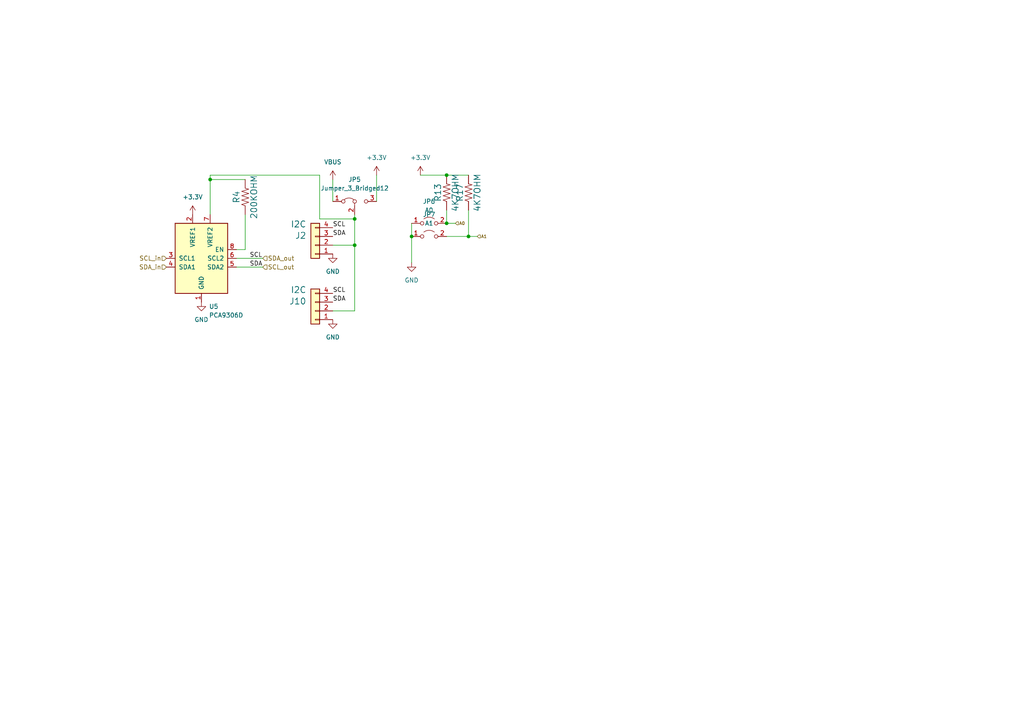
<source format=kicad_sch>
(kicad_sch
	(version 20231120)
	(generator "eeschema")
	(generator_version "8.0")
	(uuid "21fb5a64-2761-48b3-a0ca-0a93bfa2a52c")
	(paper "A4")
	(lib_symbols
		(symbol "Connector_Generic:Conn_01x04"
			(pin_names
				(offset 1.016) hide)
			(exclude_from_sim no)
			(in_bom yes)
			(on_board yes)
			(property "Reference" "J"
				(at 0 5.08 0)
				(effects
					(font
						(size 1.27 1.27)
					)
				)
			)
			(property "Value" "Conn_01x04"
				(at 0 -7.62 0)
				(effects
					(font
						(size 1.27 1.27)
					)
				)
			)
			(property "Footprint" ""
				(at 0 0 0)
				(effects
					(font
						(size 1.27 1.27)
					)
					(hide yes)
				)
			)
			(property "Datasheet" "~"
				(at 0 0 0)
				(effects
					(font
						(size 1.27 1.27)
					)
					(hide yes)
				)
			)
			(property "Description" "Generic connector, single row, 01x04, script generated (kicad-library-utils/schlib/autogen/connector/)"
				(at 0 0 0)
				(effects
					(font
						(size 1.27 1.27)
					)
					(hide yes)
				)
			)
			(property "ki_keywords" "connector"
				(at 0 0 0)
				(effects
					(font
						(size 1.27 1.27)
					)
					(hide yes)
				)
			)
			(property "ki_fp_filters" "Connector*:*_1x??_*"
				(at 0 0 0)
				(effects
					(font
						(size 1.27 1.27)
					)
					(hide yes)
				)
			)
			(symbol "Conn_01x04_1_1"
				(rectangle
					(start -1.27 -4.953)
					(end 0 -5.207)
					(stroke
						(width 0.1524)
						(type default)
					)
					(fill
						(type none)
					)
				)
				(rectangle
					(start -1.27 -2.413)
					(end 0 -2.667)
					(stroke
						(width 0.1524)
						(type default)
					)
					(fill
						(type none)
					)
				)
				(rectangle
					(start -1.27 0.127)
					(end 0 -0.127)
					(stroke
						(width 0.1524)
						(type default)
					)
					(fill
						(type none)
					)
				)
				(rectangle
					(start -1.27 2.667)
					(end 0 2.413)
					(stroke
						(width 0.1524)
						(type default)
					)
					(fill
						(type none)
					)
				)
				(rectangle
					(start -1.27 3.81)
					(end 1.27 -6.35)
					(stroke
						(width 0.254)
						(type default)
					)
					(fill
						(type background)
					)
				)
				(pin passive line
					(at -5.08 2.54 0)
					(length 3.81)
					(name "Pin_1"
						(effects
							(font
								(size 1.27 1.27)
							)
						)
					)
					(number "1"
						(effects
							(font
								(size 1.27 1.27)
							)
						)
					)
				)
				(pin passive line
					(at -5.08 0 0)
					(length 3.81)
					(name "Pin_2"
						(effects
							(font
								(size 1.27 1.27)
							)
						)
					)
					(number "2"
						(effects
							(font
								(size 1.27 1.27)
							)
						)
					)
				)
				(pin passive line
					(at -5.08 -2.54 0)
					(length 3.81)
					(name "Pin_3"
						(effects
							(font
								(size 1.27 1.27)
							)
						)
					)
					(number "3"
						(effects
							(font
								(size 1.27 1.27)
							)
						)
					)
				)
				(pin passive line
					(at -5.08 -5.08 0)
					(length 3.81)
					(name "Pin_4"
						(effects
							(font
								(size 1.27 1.27)
							)
						)
					)
					(number "4"
						(effects
							(font
								(size 1.27 1.27)
							)
						)
					)
				)
			)
		)
		(symbol "Interface:PCA9306D"
			(pin_names
				(offset 1.016)
			)
			(exclude_from_sim no)
			(in_bom yes)
			(on_board yes)
			(property "Reference" "U"
				(at -7.62 11.43 0)
				(effects
					(font
						(size 1.27 1.27)
					)
					(justify left)
				)
			)
			(property "Value" "PCA9306D"
				(at 3.81 11.43 0)
				(effects
					(font
						(size 1.27 1.27)
					)
					(justify left)
				)
			)
			(property "Footprint" "Package_SO:SO-8_3.9x4.9mm_P1.27mm"
				(at 0 -11.43 0)
				(effects
					(font
						(size 1.27 1.27)
					)
					(hide yes)
				)
			)
			(property "Datasheet" "https://www.nxp.com/docs/en/data-sheet/PCA9306.pdf"
				(at -7.62 11.43 0)
				(effects
					(font
						(size 1.27 1.27)
					)
					(hide yes)
				)
			)
			(property "Description" "Dual bidirectional I2C Bus and SMBus voltage level translator, SO-8"
				(at 0 0 0)
				(effects
					(font
						(size 1.27 1.27)
					)
					(hide yes)
				)
			)
			(property "ki_keywords" "I2C SMBus"
				(at 0 0 0)
				(effects
					(font
						(size 1.27 1.27)
					)
					(hide yes)
				)
			)
			(property "ki_fp_filters" "SO*3.9x4.9mm*P1.27mm*"
				(at 0 0 0)
				(effects
					(font
						(size 1.27 1.27)
					)
					(hide yes)
				)
			)
			(symbol "PCA9306D_0_1"
				(rectangle
					(start -7.62 10.16)
					(end 7.62 -10.16)
					(stroke
						(width 0.254)
						(type default)
					)
					(fill
						(type background)
					)
				)
			)
			(symbol "PCA9306D_1_1"
				(pin power_in line
					(at 0 -12.7 90)
					(length 2.54)
					(name "GND"
						(effects
							(font
								(size 1.27 1.27)
							)
						)
					)
					(number "1"
						(effects
							(font
								(size 1.27 1.27)
							)
						)
					)
				)
				(pin power_in line
					(at -2.54 12.7 270)
					(length 2.54)
					(name "VREF1"
						(effects
							(font
								(size 1.27 1.27)
							)
						)
					)
					(number "2"
						(effects
							(font
								(size 1.27 1.27)
							)
						)
					)
				)
				(pin bidirectional line
					(at -10.16 0 0)
					(length 2.54)
					(name "SCL1"
						(effects
							(font
								(size 1.27 1.27)
							)
						)
					)
					(number "3"
						(effects
							(font
								(size 1.27 1.27)
							)
						)
					)
				)
				(pin bidirectional line
					(at -10.16 -2.54 0)
					(length 2.54)
					(name "SDA1"
						(effects
							(font
								(size 1.27 1.27)
							)
						)
					)
					(number "4"
						(effects
							(font
								(size 1.27 1.27)
							)
						)
					)
				)
				(pin bidirectional line
					(at 10.16 -2.54 180)
					(length 2.54)
					(name "SDA2"
						(effects
							(font
								(size 1.27 1.27)
							)
						)
					)
					(number "5"
						(effects
							(font
								(size 1.27 1.27)
							)
						)
					)
				)
				(pin bidirectional line
					(at 10.16 0 180)
					(length 2.54)
					(name "SCL2"
						(effects
							(font
								(size 1.27 1.27)
							)
						)
					)
					(number "6"
						(effects
							(font
								(size 1.27 1.27)
							)
						)
					)
				)
				(pin power_in line
					(at 2.54 12.7 270)
					(length 2.54)
					(name "VREF2"
						(effects
							(font
								(size 1.27 1.27)
							)
						)
					)
					(number "7"
						(effects
							(font
								(size 1.27 1.27)
							)
						)
					)
				)
				(pin input line
					(at 10.16 2.54 180)
					(length 2.54)
					(name "EN"
						(effects
							(font
								(size 1.27 1.27)
							)
						)
					)
					(number "8"
						(effects
							(font
								(size 1.27 1.27)
							)
						)
					)
				)
			)
		)
		(symbol "Jumper:Jumper_2_Open"
			(pin_names
				(offset 0) hide)
			(exclude_from_sim no)
			(in_bom yes)
			(on_board yes)
			(property "Reference" "JP"
				(at 0 2.794 0)
				(effects
					(font
						(size 1.27 1.27)
					)
				)
			)
			(property "Value" "Jumper_2_Open"
				(at 0 -2.286 0)
				(effects
					(font
						(size 1.27 1.27)
					)
				)
			)
			(property "Footprint" ""
				(at 0 0 0)
				(effects
					(font
						(size 1.27 1.27)
					)
					(hide yes)
				)
			)
			(property "Datasheet" "~"
				(at 0 0 0)
				(effects
					(font
						(size 1.27 1.27)
					)
					(hide yes)
				)
			)
			(property "Description" "Jumper, 2-pole, open"
				(at 0 0 0)
				(effects
					(font
						(size 1.27 1.27)
					)
					(hide yes)
				)
			)
			(property "ki_keywords" "Jumper SPST"
				(at 0 0 0)
				(effects
					(font
						(size 1.27 1.27)
					)
					(hide yes)
				)
			)
			(property "ki_fp_filters" "Jumper* TestPoint*2Pads* TestPoint*Bridge*"
				(at 0 0 0)
				(effects
					(font
						(size 1.27 1.27)
					)
					(hide yes)
				)
			)
			(symbol "Jumper_2_Open_0_0"
				(circle
					(center -2.032 0)
					(radius 0.508)
					(stroke
						(width 0)
						(type default)
					)
					(fill
						(type none)
					)
				)
				(circle
					(center 2.032 0)
					(radius 0.508)
					(stroke
						(width 0)
						(type default)
					)
					(fill
						(type none)
					)
				)
			)
			(symbol "Jumper_2_Open_0_1"
				(arc
					(start 1.524 1.27)
					(mid 0 1.778)
					(end -1.524 1.27)
					(stroke
						(width 0)
						(type default)
					)
					(fill
						(type none)
					)
				)
			)
			(symbol "Jumper_2_Open_1_1"
				(pin passive line
					(at -5.08 0 0)
					(length 2.54)
					(name "A"
						(effects
							(font
								(size 1.27 1.27)
							)
						)
					)
					(number "1"
						(effects
							(font
								(size 1.27 1.27)
							)
						)
					)
				)
				(pin passive line
					(at 5.08 0 180)
					(length 2.54)
					(name "B"
						(effects
							(font
								(size 1.27 1.27)
							)
						)
					)
					(number "2"
						(effects
							(font
								(size 1.27 1.27)
							)
						)
					)
				)
			)
		)
		(symbol "Jumper:Jumper_3_Bridged12"
			(pin_names
				(offset 0) hide)
			(exclude_from_sim no)
			(in_bom yes)
			(on_board yes)
			(property "Reference" "JP"
				(at -2.54 -2.54 0)
				(effects
					(font
						(size 1.27 1.27)
					)
				)
			)
			(property "Value" "Jumper_3_Bridged12"
				(at 0 2.794 0)
				(effects
					(font
						(size 1.27 1.27)
					)
				)
			)
			(property "Footprint" ""
				(at 0 0 0)
				(effects
					(font
						(size 1.27 1.27)
					)
					(hide yes)
				)
			)
			(property "Datasheet" "~"
				(at 0 0 0)
				(effects
					(font
						(size 1.27 1.27)
					)
					(hide yes)
				)
			)
			(property "Description" "Jumper, 3-pole, pins 1+2 closed/bridged"
				(at 0 0 0)
				(effects
					(font
						(size 1.27 1.27)
					)
					(hide yes)
				)
			)
			(property "ki_keywords" "Jumper SPDT"
				(at 0 0 0)
				(effects
					(font
						(size 1.27 1.27)
					)
					(hide yes)
				)
			)
			(property "ki_fp_filters" "Jumper* TestPoint*3Pads* TestPoint*Bridge*"
				(at 0 0 0)
				(effects
					(font
						(size 1.27 1.27)
					)
					(hide yes)
				)
			)
			(symbol "Jumper_3_Bridged12_0_0"
				(circle
					(center -3.302 0)
					(radius 0.508)
					(stroke
						(width 0)
						(type default)
					)
					(fill
						(type none)
					)
				)
				(circle
					(center 0 0)
					(radius 0.508)
					(stroke
						(width 0)
						(type default)
					)
					(fill
						(type none)
					)
				)
				(circle
					(center 3.302 0)
					(radius 0.508)
					(stroke
						(width 0)
						(type default)
					)
					(fill
						(type none)
					)
				)
			)
			(symbol "Jumper_3_Bridged12_0_1"
				(arc
					(start -0.254 0.508)
					(mid -1.651 0.9912)
					(end -3.048 0.508)
					(stroke
						(width 0)
						(type default)
					)
					(fill
						(type none)
					)
				)
				(polyline
					(pts
						(xy 0 -1.27) (xy 0 -0.508)
					)
					(stroke
						(width 0)
						(type default)
					)
					(fill
						(type none)
					)
				)
			)
			(symbol "Jumper_3_Bridged12_1_1"
				(pin passive line
					(at -6.35 0 0)
					(length 2.54)
					(name "A"
						(effects
							(font
								(size 1.27 1.27)
							)
						)
					)
					(number "1"
						(effects
							(font
								(size 1.27 1.27)
							)
						)
					)
				)
				(pin passive line
					(at 0 -3.81 90)
					(length 2.54)
					(name "C"
						(effects
							(font
								(size 1.27 1.27)
							)
						)
					)
					(number "2"
						(effects
							(font
								(size 1.27 1.27)
							)
						)
					)
				)
				(pin passive line
					(at 6.35 0 180)
					(length 2.54)
					(name "B"
						(effects
							(font
								(size 1.27 1.27)
							)
						)
					)
					(number "3"
						(effects
							(font
								(size 1.27 1.27)
							)
						)
					)
				)
			)
		)
		(symbol "SparkFun_Qwiic_Micro_SAMD21E-eagle-import:10KOHM-0402-1/16W-1%"
			(exclude_from_sim no)
			(in_bom yes)
			(on_board yes)
			(property "Reference" "R"
				(at 0 1.524 0)
				(effects
					(font
						(size 1.778 1.778)
					)
					(justify bottom)
				)
			)
			(property "Value" ""
				(at 0 -1.524 0)
				(effects
					(font
						(size 1.778 1.778)
					)
					(justify top)
				)
			)
			(property "Footprint" "SparkFun_Qwiic_Micro_SAMD21E:0402"
				(at 0 0 0)
				(effects
					(font
						(size 1.27 1.27)
					)
					(hide yes)
				)
			)
			(property "Datasheet" ""
				(at 0 0 0)
				(effects
					(font
						(size 1.27 1.27)
					)
					(hide yes)
				)
			)
			(property "Description" ""
				(at 0 0 0)
				(effects
					(font
						(size 1.27 1.27)
					)
					(hide yes)
				)
			)
			(property "ki_locked" ""
				(at 0 0 0)
				(effects
					(font
						(size 1.27 1.27)
					)
				)
			)
			(symbol "10KOHM-0402-1/16W-1%_1_0"
				(polyline
					(pts
						(xy -2.54 0) (xy -2.159 1.016)
					)
					(stroke
						(width 0.1524)
						(type solid)
					)
					(fill
						(type none)
					)
				)
				(polyline
					(pts
						(xy -2.159 1.016) (xy -1.524 -1.016)
					)
					(stroke
						(width 0.1524)
						(type solid)
					)
					(fill
						(type none)
					)
				)
				(polyline
					(pts
						(xy -1.524 -1.016) (xy -0.889 1.016)
					)
					(stroke
						(width 0.1524)
						(type solid)
					)
					(fill
						(type none)
					)
				)
				(polyline
					(pts
						(xy -0.889 1.016) (xy -0.254 -1.016)
					)
					(stroke
						(width 0.1524)
						(type solid)
					)
					(fill
						(type none)
					)
				)
				(polyline
					(pts
						(xy -0.254 -1.016) (xy 0.381 1.016)
					)
					(stroke
						(width 0.1524)
						(type solid)
					)
					(fill
						(type none)
					)
				)
				(polyline
					(pts
						(xy 0.381 1.016) (xy 1.016 -1.016)
					)
					(stroke
						(width 0.1524)
						(type solid)
					)
					(fill
						(type none)
					)
				)
				(polyline
					(pts
						(xy 1.016 -1.016) (xy 1.651 1.016)
					)
					(stroke
						(width 0.1524)
						(type solid)
					)
					(fill
						(type none)
					)
				)
				(polyline
					(pts
						(xy 1.651 1.016) (xy 2.286 -1.016)
					)
					(stroke
						(width 0.1524)
						(type solid)
					)
					(fill
						(type none)
					)
				)
				(polyline
					(pts
						(xy 2.286 -1.016) (xy 2.54 0)
					)
					(stroke
						(width 0.1524)
						(type solid)
					)
					(fill
						(type none)
					)
				)
				(pin passive line
					(at -5.08 0 0)
					(length 2.54)
					(name "1"
						(effects
							(font
								(size 0 0)
							)
						)
					)
					(number "1"
						(effects
							(font
								(size 0 0)
							)
						)
					)
				)
				(pin passive line
					(at 5.08 0 180)
					(length 2.54)
					(name "2"
						(effects
							(font
								(size 0 0)
							)
						)
					)
					(number "2"
						(effects
							(font
								(size 0 0)
							)
						)
					)
				)
			)
		)
		(symbol "power:+3.3V"
			(power)
			(pin_names
				(offset 0)
			)
			(exclude_from_sim no)
			(in_bom yes)
			(on_board yes)
			(property "Reference" "#PWR"
				(at 0 -3.81 0)
				(effects
					(font
						(size 1.27 1.27)
					)
					(hide yes)
				)
			)
			(property "Value" "+3.3V"
				(at 0 3.556 0)
				(effects
					(font
						(size 1.27 1.27)
					)
				)
			)
			(property "Footprint" ""
				(at 0 0 0)
				(effects
					(font
						(size 1.27 1.27)
					)
					(hide yes)
				)
			)
			(property "Datasheet" ""
				(at 0 0 0)
				(effects
					(font
						(size 1.27 1.27)
					)
					(hide yes)
				)
			)
			(property "Description" "Power symbol creates a global label with name \"+3.3V\""
				(at 0 0 0)
				(effects
					(font
						(size 1.27 1.27)
					)
					(hide yes)
				)
			)
			(property "ki_keywords" "global power"
				(at 0 0 0)
				(effects
					(font
						(size 1.27 1.27)
					)
					(hide yes)
				)
			)
			(symbol "+3.3V_0_1"
				(polyline
					(pts
						(xy -0.762 1.27) (xy 0 2.54)
					)
					(stroke
						(width 0)
						(type default)
					)
					(fill
						(type none)
					)
				)
				(polyline
					(pts
						(xy 0 0) (xy 0 2.54)
					)
					(stroke
						(width 0)
						(type default)
					)
					(fill
						(type none)
					)
				)
				(polyline
					(pts
						(xy 0 2.54) (xy 0.762 1.27)
					)
					(stroke
						(width 0)
						(type default)
					)
					(fill
						(type none)
					)
				)
			)
			(symbol "+3.3V_1_1"
				(pin power_in line
					(at 0 0 90)
					(length 0) hide
					(name "+3.3V"
						(effects
							(font
								(size 1.27 1.27)
							)
						)
					)
					(number "1"
						(effects
							(font
								(size 1.27 1.27)
							)
						)
					)
				)
			)
		)
		(symbol "power:GND"
			(power)
			(pin_names
				(offset 0)
			)
			(exclude_from_sim no)
			(in_bom yes)
			(on_board yes)
			(property "Reference" "#PWR"
				(at 0 -6.35 0)
				(effects
					(font
						(size 1.27 1.27)
					)
					(hide yes)
				)
			)
			(property "Value" "GND"
				(at 0 -3.81 0)
				(effects
					(font
						(size 1.27 1.27)
					)
				)
			)
			(property "Footprint" ""
				(at 0 0 0)
				(effects
					(font
						(size 1.27 1.27)
					)
					(hide yes)
				)
			)
			(property "Datasheet" ""
				(at 0 0 0)
				(effects
					(font
						(size 1.27 1.27)
					)
					(hide yes)
				)
			)
			(property "Description" "Power symbol creates a global label with name \"GND\" , ground"
				(at 0 0 0)
				(effects
					(font
						(size 1.27 1.27)
					)
					(hide yes)
				)
			)
			(property "ki_keywords" "global power"
				(at 0 0 0)
				(effects
					(font
						(size 1.27 1.27)
					)
					(hide yes)
				)
			)
			(symbol "GND_0_1"
				(polyline
					(pts
						(xy 0 0) (xy 0 -1.27) (xy 1.27 -1.27) (xy 0 -2.54) (xy -1.27 -1.27) (xy 0 -1.27)
					)
					(stroke
						(width 0)
						(type default)
					)
					(fill
						(type none)
					)
				)
			)
			(symbol "GND_1_1"
				(pin power_in line
					(at 0 0 270)
					(length 0) hide
					(name "GND"
						(effects
							(font
								(size 1.27 1.27)
							)
						)
					)
					(number "1"
						(effects
							(font
								(size 1.27 1.27)
							)
						)
					)
				)
			)
		)
		(symbol "power:VBUS"
			(power)
			(pin_numbers hide)
			(pin_names
				(offset 0) hide)
			(exclude_from_sim no)
			(in_bom yes)
			(on_board yes)
			(property "Reference" "#PWR"
				(at 0 -3.81 0)
				(effects
					(font
						(size 1.27 1.27)
					)
					(hide yes)
				)
			)
			(property "Value" "VBUS"
				(at 0 3.556 0)
				(effects
					(font
						(size 1.27 1.27)
					)
				)
			)
			(property "Footprint" ""
				(at 0 0 0)
				(effects
					(font
						(size 1.27 1.27)
					)
					(hide yes)
				)
			)
			(property "Datasheet" ""
				(at 0 0 0)
				(effects
					(font
						(size 1.27 1.27)
					)
					(hide yes)
				)
			)
			(property "Description" "Power symbol creates a global label with name \"VBUS\""
				(at 0 0 0)
				(effects
					(font
						(size 1.27 1.27)
					)
					(hide yes)
				)
			)
			(property "ki_keywords" "global power"
				(at 0 0 0)
				(effects
					(font
						(size 1.27 1.27)
					)
					(hide yes)
				)
			)
			(symbol "VBUS_0_1"
				(polyline
					(pts
						(xy -0.762 1.27) (xy 0 2.54)
					)
					(stroke
						(width 0)
						(type default)
					)
					(fill
						(type none)
					)
				)
				(polyline
					(pts
						(xy 0 0) (xy 0 2.54)
					)
					(stroke
						(width 0)
						(type default)
					)
					(fill
						(type none)
					)
				)
				(polyline
					(pts
						(xy 0 2.54) (xy 0.762 1.27)
					)
					(stroke
						(width 0)
						(type default)
					)
					(fill
						(type none)
					)
				)
			)
			(symbol "VBUS_1_1"
				(pin power_in line
					(at 0 0 90)
					(length 0)
					(name "~"
						(effects
							(font
								(size 1.27 1.27)
							)
						)
					)
					(number "1"
						(effects
							(font
								(size 1.27 1.27)
							)
						)
					)
				)
			)
		)
	)
	(junction
		(at 135.89 68.58)
		(diameter 0)
		(color 0 0 0 0)
		(uuid "29b9e708-d732-4ed1-81bc-ee09b5e6d47f")
	)
	(junction
		(at 102.87 63.5)
		(diameter 0)
		(color 0 0 0 0)
		(uuid "3210d00a-4317-48d4-a59b-494ffc2ceb0e")
	)
	(junction
		(at 119.38 68.58)
		(diameter 0)
		(color 0 0 0 0)
		(uuid "a2d856d0-b018-43de-a714-3e9f9a846a10")
	)
	(junction
		(at 129.54 64.77)
		(diameter 0)
		(color 0 0 0 0)
		(uuid "ad66cd48-ae26-4eac-8f30-86c453b55909")
	)
	(junction
		(at 102.87 71.12)
		(diameter 0)
		(color 0 0 0 0)
		(uuid "af28a225-0565-4c21-a370-b903b8d9e781")
	)
	(junction
		(at 60.96 52.07)
		(diameter 0)
		(color 0 0 0 0)
		(uuid "b366bf56-a99e-4ddd-811b-72d19a59d456")
	)
	(junction
		(at 129.54 50.8)
		(diameter 0)
		(color 0 0 0 0)
		(uuid "ce2b749c-1afb-4493-86b8-40a78b10cf1e")
	)
	(wire
		(pts
			(xy 119.38 64.77) (xy 119.38 68.58)
		)
		(stroke
			(width 0)
			(type default)
		)
		(uuid "165eeb54-1ce3-4a2e-b892-7a37633c6bac")
	)
	(wire
		(pts
			(xy 102.87 71.12) (xy 102.87 90.17)
		)
		(stroke
			(width 0)
			(type default)
		)
		(uuid "236a16a2-6df9-4894-878b-a56cb9a5d169")
	)
	(wire
		(pts
			(xy 121.92 50.8) (xy 129.54 50.8)
		)
		(stroke
			(width 0)
			(type default)
		)
		(uuid "247c28da-6ca3-4d12-9ed9-fda65b9b8b2f")
	)
	(wire
		(pts
			(xy 96.52 71.12) (xy 102.87 71.12)
		)
		(stroke
			(width 0)
			(type default)
		)
		(uuid "256ca9e0-892b-4a9a-9be6-0036599ecb79")
	)
	(wire
		(pts
			(xy 71.12 62.23) (xy 71.12 72.39)
		)
		(stroke
			(width 0)
			(type default)
		)
		(uuid "3048411f-5348-4fe7-a7d2-24df15bedc5b")
	)
	(wire
		(pts
			(xy 92.71 50.8) (xy 92.71 63.5)
		)
		(stroke
			(width 0)
			(type default)
		)
		(uuid "3736657e-a5a9-46ed-bbd5-23370328ed9a")
	)
	(wire
		(pts
			(xy 119.38 68.58) (xy 119.38 76.2)
		)
		(stroke
			(width 0)
			(type default)
		)
		(uuid "3bcb9d05-f07f-48db-ba62-c7613ac8191b")
	)
	(wire
		(pts
			(xy 135.89 68.58) (xy 129.54 68.58)
		)
		(stroke
			(width 0)
			(type default)
		)
		(uuid "45115fe5-63dc-40cd-8581-4cfb2517df6d")
	)
	(wire
		(pts
			(xy 129.54 64.77) (xy 132.08 64.77)
		)
		(stroke
			(width 0)
			(type default)
		)
		(uuid "451be297-57cb-4f8d-8e9c-d438e4bcfc54")
	)
	(wire
		(pts
			(xy 102.87 63.5) (xy 102.87 71.12)
		)
		(stroke
			(width 0)
			(type default)
		)
		(uuid "4c853bde-8dac-4d6a-9171-f8a78e9041e5")
	)
	(wire
		(pts
			(xy 92.71 63.5) (xy 102.87 63.5)
		)
		(stroke
			(width 0)
			(type default)
		)
		(uuid "4f2d1606-1904-4b78-a74b-d2bbc54de30f")
	)
	(wire
		(pts
			(xy 135.89 68.58) (xy 138.43 68.58)
		)
		(stroke
			(width 0)
			(type default)
		)
		(uuid "523b2c3e-e4c7-40ca-a71a-b7a4972d32d3")
	)
	(wire
		(pts
			(xy 102.87 62.23) (xy 102.87 63.5)
		)
		(stroke
			(width 0)
			(type default)
		)
		(uuid "5c67447a-b0f8-4810-b50c-9e00d52883e5")
	)
	(wire
		(pts
			(xy 76.2 74.93) (xy 68.58 74.93)
		)
		(stroke
			(width 0)
			(type default)
		)
		(uuid "5fc90d30-12d2-4ff9-a465-40b72050c58f")
	)
	(wire
		(pts
			(xy 129.54 60.96) (xy 129.54 64.77)
		)
		(stroke
			(width 0)
			(type default)
		)
		(uuid "61795dd0-66ab-4754-b5a5-0b2cce4a2bec")
	)
	(wire
		(pts
			(xy 129.54 50.8) (xy 135.89 50.8)
		)
		(stroke
			(width 0)
			(type default)
		)
		(uuid "63806947-ab6c-4561-aca4-1133d4e2e319")
	)
	(wire
		(pts
			(xy 96.52 90.17) (xy 102.87 90.17)
		)
		(stroke
			(width 0)
			(type default)
		)
		(uuid "7f6ea3ec-63bb-4e8b-bc94-2f0083ff74f0")
	)
	(wire
		(pts
			(xy 96.52 52.07) (xy 96.52 58.42)
		)
		(stroke
			(width 0)
			(type default)
		)
		(uuid "800b7872-02d3-4d8b-9fa1-96c9953157cb")
	)
	(wire
		(pts
			(xy 109.22 50.8) (xy 109.22 58.42)
		)
		(stroke
			(width 0)
			(type default)
		)
		(uuid "8ca8f1d2-8d0a-4070-92f6-138565d45d13")
	)
	(wire
		(pts
			(xy 60.96 50.8) (xy 92.71 50.8)
		)
		(stroke
			(width 0)
			(type default)
		)
		(uuid "8e46f11b-4fc6-46db-b331-b0d84339b763")
	)
	(wire
		(pts
			(xy 60.96 52.07) (xy 71.12 52.07)
		)
		(stroke
			(width 0)
			(type default)
		)
		(uuid "c9fe193e-3a17-428f-8cd6-e518292d1ee2")
	)
	(wire
		(pts
			(xy 71.12 72.39) (xy 68.58 72.39)
		)
		(stroke
			(width 0)
			(type default)
		)
		(uuid "d6813e9f-0b1b-4b5f-a619-83ee22dd6447")
	)
	(wire
		(pts
			(xy 60.96 50.8) (xy 60.96 52.07)
		)
		(stroke
			(width 0)
			(type default)
		)
		(uuid "e9c1a3c2-e88c-4258-95dc-44e9b37aeaab")
	)
	(wire
		(pts
			(xy 76.2 77.47) (xy 68.58 77.47)
		)
		(stroke
			(width 0)
			(type default)
		)
		(uuid "ed522b8f-859a-4900-8ec1-0c5de338f6a0")
	)
	(wire
		(pts
			(xy 60.96 52.07) (xy 60.96 62.23)
		)
		(stroke
			(width 0)
			(type default)
		)
		(uuid "f1476d9e-40c9-48f4-b8fa-27908aacfdf6")
	)
	(wire
		(pts
			(xy 135.89 60.96) (xy 135.89 68.58)
		)
		(stroke
			(width 0)
			(type default)
		)
		(uuid "f9f650f3-0105-47d2-be4f-8b3fdb883f5d")
	)
	(label "SCL"
		(at 96.52 66.04 0)
		(fields_autoplaced yes)
		(effects
			(font
				(size 1.27 1.27)
			)
			(justify left bottom)
		)
		(uuid "3142d6b7-b7e6-4f63-821f-f591a15490ac")
	)
	(label "SCL"
		(at 96.52 85.09 0)
		(fields_autoplaced yes)
		(effects
			(font
				(size 1.27 1.27)
			)
			(justify left bottom)
		)
		(uuid "903ea14d-2c79-4c9f-bb88-dbd9e79450f8")
	)
	(label "SDA"
		(at 72.39 77.47 0)
		(fields_autoplaced yes)
		(effects
			(font
				(size 1.27 1.27)
			)
			(justify left bottom)
		)
		(uuid "944d7816-4ef6-4925-b4e2-c84f83b0fe31")
	)
	(label "SCL"
		(at 72.39 74.93 0)
		(fields_autoplaced yes)
		(effects
			(font
				(size 1.27 1.27)
			)
			(justify left bottom)
		)
		(uuid "d3ea849b-7ef9-425b-a378-5d044e5b62ec")
	)
	(label "SDA"
		(at 96.52 68.58 0)
		(fields_autoplaced yes)
		(effects
			(font
				(size 1.27 1.27)
			)
			(justify left bottom)
		)
		(uuid "d7723c70-46b0-4642-aa3d-8c4ff95784a7")
	)
	(label "SDA"
		(at 96.52 87.63 0)
		(fields_autoplaced yes)
		(effects
			(font
				(size 1.27 1.27)
			)
			(justify left bottom)
		)
		(uuid "fe6c4584-90cf-4440-a439-3cdd8a316cf5")
	)
	(hierarchical_label "A1"
		(shape input)
		(at 138.43 68.58 0)
		(fields_autoplaced yes)
		(effects
			(font
				(size 0.889 0.889)
			)
			(justify left)
		)
		(uuid "096fc05b-4db6-4d67-a622-c7b4cb0c59e1")
	)
	(hierarchical_label "A0"
		(shape input)
		(at 132.08 64.77 0)
		(fields_autoplaced yes)
		(effects
			(font
				(size 0.889 0.889)
			)
			(justify left)
		)
		(uuid "16b1a031-0a95-45fb-829e-ae0958e05c29")
	)
	(hierarchical_label "SDA_in"
		(shape input)
		(at 48.26 77.47 180)
		(fields_autoplaced yes)
		(effects
			(font
				(size 1.27 1.27)
			)
			(justify right)
		)
		(uuid "36e668ff-ba2b-45d4-8ca7-401e096c5bdb")
	)
	(hierarchical_label "SCL_in"
		(shape input)
		(at 48.26 74.93 180)
		(fields_autoplaced yes)
		(effects
			(font
				(size 1.27 1.27)
			)
			(justify right)
		)
		(uuid "9eb46949-0949-453b-899d-b77012c26f44")
	)
	(hierarchical_label "SDA_out"
		(shape input)
		(at 76.2 74.93 0)
		(fields_autoplaced yes)
		(effects
			(font
				(size 1.27 1.27)
			)
			(justify left)
		)
		(uuid "c4f626c8-3949-4ef7-ad10-c6440fddd4fc")
	)
	(hierarchical_label "SCL_out"
		(shape input)
		(at 76.2 77.47 0)
		(fields_autoplaced yes)
		(effects
			(font
				(size 1.27 1.27)
			)
			(justify left)
		)
		(uuid "e85d483f-e26b-4872-bc21-268abd14b507")
	)
	(symbol
		(lib_id "SparkFun_Qwiic_Micro_SAMD21E-eagle-import:10KOHM-0402-1/16W-1%")
		(at 129.54 55.88 90)
		(unit 1)
		(exclude_from_sim no)
		(in_bom yes)
		(on_board yes)
		(dnp no)
		(uuid "199430a1-cc9e-4303-be6b-22c6883a9aef")
		(property "Reference" "R13"
			(at 128.016 55.88 0)
			(effects
				(font
					(size 1.778 1.778)
				)
				(justify bottom)
			)
		)
		(property "Value" "4K7OHM"
			(at 131.064 55.88 0)
			(effects
				(font
					(size 1.778 1.778)
				)
				(justify top)
			)
		)
		(property "Footprint" "Resistor_SMD:R_0805_2012Metric_Pad1.20x1.40mm_HandSolder"
			(at 129.54 55.88 0)
			(effects
				(font
					(size 1.27 1.27)
				)
				(hide yes)
			)
		)
		(property "Datasheet" ""
			(at 129.54 55.88 0)
			(effects
				(font
					(size 1.27 1.27)
				)
				(hide yes)
			)
		)
		(property "Description" ""
			(at 129.54 55.88 0)
			(effects
				(font
					(size 1.27 1.27)
				)
				(hide yes)
			)
		)
		(property "Mouser Part Number" "708-RMCF0805FT4K70"
			(at 129.54 55.88 0)
			(effects
				(font
					(size 1.27 1.27)
				)
				(hide yes)
			)
		)
		(pin "1"
			(uuid "ff6e9e13-b8d8-4b88-9cf4-48c782ae370b")
		)
		(pin "2"
			(uuid "8ec99564-c228-4dd0-b25e-0969f3ba859b")
		)
		(instances
			(project "LegoLight_R2_4layers"
				(path "/b7df49f9-2249-4c59-91c1-22f2b0733f01/07c53a43-a0c6-4660-9e1e-eadf9870c194"
					(reference "R13")
					(unit 1)
				)
			)
		)
	)
	(symbol
		(lib_id "power:+3.3V")
		(at 55.88 62.23 0)
		(unit 1)
		(exclude_from_sim no)
		(in_bom yes)
		(on_board yes)
		(dnp no)
		(fields_autoplaced yes)
		(uuid "25a0c348-92aa-46ec-9c52-fc91790ed4d4")
		(property "Reference" "#PWR014"
			(at 55.88 66.04 0)
			(effects
				(font
					(size 1.27 1.27)
				)
				(hide yes)
			)
		)
		(property "Value" "+3.3V"
			(at 55.88 57.15 0)
			(effects
				(font
					(size 1.27 1.27)
				)
			)
		)
		(property "Footprint" ""
			(at 55.88 62.23 0)
			(effects
				(font
					(size 1.27 1.27)
				)
				(hide yes)
			)
		)
		(property "Datasheet" ""
			(at 55.88 62.23 0)
			(effects
				(font
					(size 1.27 1.27)
				)
				(hide yes)
			)
		)
		(property "Description" ""
			(at 55.88 62.23 0)
			(effects
				(font
					(size 1.27 1.27)
				)
				(hide yes)
			)
		)
		(pin "1"
			(uuid "e8492d3f-ed48-4891-a33f-3c3b84d06436")
		)
		(instances
			(project "LegoLight_R2_4layers"
				(path "/b7df49f9-2249-4c59-91c1-22f2b0733f01/07c53a43-a0c6-4660-9e1e-eadf9870c194"
					(reference "#PWR014")
					(unit 1)
				)
			)
		)
	)
	(symbol
		(lib_id "power:+3.3V")
		(at 121.92 50.8 0)
		(unit 1)
		(exclude_from_sim no)
		(in_bom yes)
		(on_board yes)
		(dnp no)
		(fields_autoplaced yes)
		(uuid "2c72e3ee-425e-48fa-8eff-e19401748aff")
		(property "Reference" "#PWR042"
			(at 121.92 54.61 0)
			(effects
				(font
					(size 1.27 1.27)
				)
				(hide yes)
			)
		)
		(property "Value" "+3.3V"
			(at 121.92 45.72 0)
			(effects
				(font
					(size 1.27 1.27)
				)
			)
		)
		(property "Footprint" ""
			(at 121.92 50.8 0)
			(effects
				(font
					(size 1.27 1.27)
				)
				(hide yes)
			)
		)
		(property "Datasheet" ""
			(at 121.92 50.8 0)
			(effects
				(font
					(size 1.27 1.27)
				)
				(hide yes)
			)
		)
		(property "Description" ""
			(at 121.92 50.8 0)
			(effects
				(font
					(size 1.27 1.27)
				)
				(hide yes)
			)
		)
		(pin "1"
			(uuid "564a80e0-2f1d-489d-b851-634acf01047f")
		)
		(instances
			(project "LegoLight_R2_4layers"
				(path "/b7df49f9-2249-4c59-91c1-22f2b0733f01/07c53a43-a0c6-4660-9e1e-eadf9870c194"
					(reference "#PWR042")
					(unit 1)
				)
			)
		)
	)
	(symbol
		(lib_id "SparkFun_Qwiic_Micro_SAMD21E-eagle-import:10KOHM-0402-1/16W-1%")
		(at 71.12 57.15 90)
		(unit 1)
		(exclude_from_sim no)
		(in_bom yes)
		(on_board yes)
		(dnp no)
		(uuid "361fb45d-2048-4bb4-9aff-67e9c4468e29")
		(property "Reference" "R4"
			(at 69.596 57.15 0)
			(effects
				(font
					(size 1.778 1.778)
				)
				(justify bottom)
			)
		)
		(property "Value" "200KOHM"
			(at 72.644 57.15 0)
			(effects
				(font
					(size 1.778 1.778)
				)
				(justify top)
			)
		)
		(property "Footprint" "Resistor_SMD:R_0805_2012Metric_Pad1.20x1.40mm_HandSolder"
			(at 71.12 57.15 0)
			(effects
				(font
					(size 1.27 1.27)
				)
				(hide yes)
			)
		)
		(property "Datasheet" ""
			(at 71.12 57.15 0)
			(effects
				(font
					(size 1.27 1.27)
				)
				(hide yes)
			)
		)
		(property "Description" ""
			(at 71.12 57.15 0)
			(effects
				(font
					(size 1.27 1.27)
				)
				(hide yes)
			)
		)
		(property "Mouser Part Number" "652-CR0805FX-2003ELF"
			(at 71.12 57.15 0)
			(effects
				(font
					(size 1.27 1.27)
				)
				(hide yes)
			)
		)
		(pin "2"
			(uuid "2238aa10-bb2b-43d8-b273-b13fcb66c8c9")
		)
		(pin "1"
			(uuid "d2acd72b-d05d-4d7c-93a1-39aa0b6008b9")
		)
		(instances
			(project "LegoLight_R2_4layers"
				(path "/b7df49f9-2249-4c59-91c1-22f2b0733f01/07c53a43-a0c6-4660-9e1e-eadf9870c194"
					(reference "R4")
					(unit 1)
				)
			)
		)
	)
	(symbol
		(lib_id "Interface:PCA9306D")
		(at 58.42 74.93 0)
		(unit 1)
		(exclude_from_sim no)
		(in_bom yes)
		(on_board yes)
		(dnp no)
		(fields_autoplaced yes)
		(uuid "37180321-9b00-4b3b-b7c4-8da8b3ce3203")
		(property "Reference" "U5"
			(at 60.6141 88.9 0)
			(effects
				(font
					(size 1.27 1.27)
				)
				(justify left)
			)
		)
		(property "Value" "PCA9306D"
			(at 60.6141 91.44 0)
			(effects
				(font
					(size 1.27 1.27)
				)
				(justify left)
			)
		)
		(property "Footprint" "Package_SO:SO-8_3.9x4.9mm_P1.27mm"
			(at 58.42 86.36 0)
			(effects
				(font
					(size 1.27 1.27)
				)
				(hide yes)
			)
		)
		(property "Datasheet" "https://www.nxp.com/docs/en/data-sheet/PCA9306.pdf"
			(at 50.8 63.5 0)
			(effects
				(font
					(size 1.27 1.27)
				)
				(hide yes)
			)
		)
		(property "Description" ""
			(at 58.42 74.93 0)
			(effects
				(font
					(size 1.27 1.27)
				)
				(hide yes)
			)
		)
		(property "Mouser Part Number" " 771-PCA9306DP-T"
			(at 58.42 74.93 0)
			(effects
				(font
					(size 1.27 1.27)
				)
				(hide yes)
			)
		)
		(pin "8"
			(uuid "39a57b60-f167-4c9f-b44f-37fbd826cc2a")
		)
		(pin "6"
			(uuid "859b9d6e-567e-4fa6-9719-5c0972926d4c")
		)
		(pin "7"
			(uuid "63f25556-2306-4bfa-9e46-b97ee6628de5")
		)
		(pin "2"
			(uuid "ad868743-b377-4f5b-951c-2a685a1fc361")
		)
		(pin "4"
			(uuid "56e737a4-8ca3-42fa-b86a-287bcf631f1b")
		)
		(pin "3"
			(uuid "8c1ec6bd-22b9-4c8f-aa0f-94f5e52c94ae")
		)
		(pin "5"
			(uuid "0c994dc2-6f4e-40a0-89ad-5292e72bb788")
		)
		(pin "1"
			(uuid "b0b2cbad-4e14-43a1-a23f-5d356ee8547d")
		)
		(instances
			(project "LegoLight_R2_4layers"
				(path "/b7df49f9-2249-4c59-91c1-22f2b0733f01/07c53a43-a0c6-4660-9e1e-eadf9870c194"
					(reference "U5")
					(unit 1)
				)
			)
		)
	)
	(symbol
		(lib_id "power:GND")
		(at 58.42 87.63 0)
		(unit 1)
		(exclude_from_sim no)
		(in_bom yes)
		(on_board yes)
		(dnp no)
		(fields_autoplaced yes)
		(uuid "3a9ec107-7590-4cec-88de-3172123033a7")
		(property "Reference" "#PWR021"
			(at 58.42 93.98 0)
			(effects
				(font
					(size 1.27 1.27)
				)
				(hide yes)
			)
		)
		(property "Value" "GND"
			(at 58.42 92.71 0)
			(effects
				(font
					(size 1.27 1.27)
				)
			)
		)
		(property "Footprint" ""
			(at 58.42 87.63 0)
			(effects
				(font
					(size 1.27 1.27)
				)
				(hide yes)
			)
		)
		(property "Datasheet" ""
			(at 58.42 87.63 0)
			(effects
				(font
					(size 1.27 1.27)
				)
				(hide yes)
			)
		)
		(property "Description" ""
			(at 58.42 87.63 0)
			(effects
				(font
					(size 1.27 1.27)
				)
				(hide yes)
			)
		)
		(pin "1"
			(uuid "f5c20b34-b4ea-4a00-a0e3-b42edf891126")
		)
		(instances
			(project "LegoLight_R2_4layers"
				(path "/b7df49f9-2249-4c59-91c1-22f2b0733f01/07c53a43-a0c6-4660-9e1e-eadf9870c194"
					(reference "#PWR021")
					(unit 1)
				)
			)
		)
	)
	(symbol
		(lib_id "Connector_Generic:Conn_01x04")
		(at 91.44 90.17 180)
		(unit 1)
		(exclude_from_sim no)
		(in_bom yes)
		(on_board yes)
		(dnp no)
		(uuid "5094275d-cd0b-4a5a-bb1c-f27db27abc96")
		(property "Reference" "J10"
			(at 88.9 86.36 0)
			(effects
				(font
					(size 1.778 1.778)
				)
				(justify left bottom)
			)
		)
		(property "Value" "I2C"
			(at 88.9 85.09 0)
			(effects
				(font
					(size 1.778 1.778)
				)
				(justify left top)
			)
		)
		(property "Footprint" "SnapEDA Library:ADAFRUIT_4328"
			(at 91.44 90.17 0)
			(effects
				(font
					(size 1.27 1.27)
				)
				(hide yes)
			)
		)
		(property "Datasheet" "~"
			(at 91.44 90.17 0)
			(effects
				(font
					(size 1.27 1.27)
				)
				(hide yes)
			)
		)
		(property "Description" ""
			(at 91.44 90.17 0)
			(effects
				(font
					(size 1.27 1.27)
				)
				(hide yes)
			)
		)
		(property "Mouser Part Number" "485-4328"
			(at 91.44 90.17 0)
			(effects
				(font
					(size 1.27 1.27)
				)
				(hide yes)
			)
		)
		(pin "1"
			(uuid "c99f20e7-608a-453f-8800-6ebbcfe5bf6d")
		)
		(pin "2"
			(uuid "f69e04d3-5854-4543-9565-c7f719e40a3c")
		)
		(pin "3"
			(uuid "eda6a9ae-b1b3-4ee0-aeaf-6efd24f8fe58")
		)
		(pin "4"
			(uuid "8a05c086-79c3-42c4-8013-8fe9a694d6c7")
		)
		(instances
			(project "LegoLight_R2_4layers"
				(path "/b7df49f9-2249-4c59-91c1-22f2b0733f01/07c53a43-a0c6-4660-9e1e-eadf9870c194"
					(reference "J10")
					(unit 1)
				)
			)
		)
	)
	(symbol
		(lib_id "power:GND")
		(at 96.52 73.66 0)
		(unit 1)
		(exclude_from_sim no)
		(in_bom yes)
		(on_board yes)
		(dnp no)
		(fields_autoplaced yes)
		(uuid "7ea41197-06e6-4a55-b4c1-5e9d7832142f")
		(property "Reference" "#PWR025"
			(at 96.52 80.01 0)
			(effects
				(font
					(size 1.27 1.27)
				)
				(hide yes)
			)
		)
		(property "Value" "GND"
			(at 96.52 78.74 0)
			(effects
				(font
					(size 1.27 1.27)
				)
			)
		)
		(property "Footprint" ""
			(at 96.52 73.66 0)
			(effects
				(font
					(size 1.27 1.27)
				)
				(hide yes)
			)
		)
		(property "Datasheet" ""
			(at 96.52 73.66 0)
			(effects
				(font
					(size 1.27 1.27)
				)
				(hide yes)
			)
		)
		(property "Description" ""
			(at 96.52 73.66 0)
			(effects
				(font
					(size 1.27 1.27)
				)
				(hide yes)
			)
		)
		(pin "1"
			(uuid "9e48cbe2-fd75-4b8f-abc9-e8a352df3b2e")
		)
		(instances
			(project "LegoLight_R2_4layers"
				(path "/b7df49f9-2249-4c59-91c1-22f2b0733f01/07c53a43-a0c6-4660-9e1e-eadf9870c194"
					(reference "#PWR025")
					(unit 1)
				)
			)
		)
	)
	(symbol
		(lib_id "Jumper:Jumper_3_Bridged12")
		(at 102.87 58.42 0)
		(unit 1)
		(exclude_from_sim no)
		(in_bom yes)
		(on_board yes)
		(dnp no)
		(uuid "834fb384-f61a-42d5-8b9c-ea2b4926f6fa")
		(property "Reference" "JP5"
			(at 102.87 52.07 0)
			(effects
				(font
					(size 1.27 1.27)
				)
			)
		)
		(property "Value" "Jumper_3_Bridged12"
			(at 102.87 54.61 0)
			(effects
				(font
					(size 1.27 1.27)
				)
			)
		)
		(property "Footprint" "Jumper:SolderJumper-3_P1.3mm_Bridged12_RoundedPad1.0x1.5mm"
			(at 102.87 58.42 0)
			(effects
				(font
					(size 1.27 1.27)
				)
				(hide yes)
			)
		)
		(property "Datasheet" "~"
			(at 102.87 58.42 0)
			(effects
				(font
					(size 1.27 1.27)
				)
				(hide yes)
			)
		)
		(property "Description" ""
			(at 102.87 58.42 0)
			(effects
				(font
					(size 1.27 1.27)
				)
				(hide yes)
			)
		)
		(property "Mouser Part Number" ""
			(at 102.87 58.42 0)
			(effects
				(font
					(size 1.27 1.27)
				)
				(hide yes)
			)
		)
		(pin "1"
			(uuid "deeba3a9-37a2-48dc-8127-307c5867f173")
		)
		(pin "2"
			(uuid "9a9697d4-7d0b-43c5-9e24-62eebee560c7")
		)
		(pin "3"
			(uuid "35ea7eef-dec9-492a-9473-99102d32a3dd")
		)
		(instances
			(project "LegoLight_R2_4layers"
				(path "/b7df49f9-2249-4c59-91c1-22f2b0733f01/07c53a43-a0c6-4660-9e1e-eadf9870c194"
					(reference "JP5")
					(unit 1)
				)
			)
		)
	)
	(symbol
		(lib_id "power:+3.3V")
		(at 109.22 50.8 0)
		(unit 1)
		(exclude_from_sim no)
		(in_bom yes)
		(on_board yes)
		(dnp no)
		(fields_autoplaced yes)
		(uuid "9e30c679-fe25-4d00-b230-a78d76d7d4c1")
		(property "Reference" "#PWR030"
			(at 109.22 54.61 0)
			(effects
				(font
					(size 1.27 1.27)
				)
				(hide yes)
			)
		)
		(property "Value" "+3.3V"
			(at 109.22 45.72 0)
			(effects
				(font
					(size 1.27 1.27)
				)
			)
		)
		(property "Footprint" ""
			(at 109.22 50.8 0)
			(effects
				(font
					(size 1.27 1.27)
				)
				(hide yes)
			)
		)
		(property "Datasheet" ""
			(at 109.22 50.8 0)
			(effects
				(font
					(size 1.27 1.27)
				)
				(hide yes)
			)
		)
		(property "Description" ""
			(at 109.22 50.8 0)
			(effects
				(font
					(size 1.27 1.27)
				)
				(hide yes)
			)
		)
		(pin "1"
			(uuid "02a37c2a-c9ca-4da7-8096-7cb8b0f3d748")
		)
		(instances
			(project "LegoLight_R2_4layers"
				(path "/b7df49f9-2249-4c59-91c1-22f2b0733f01/07c53a43-a0c6-4660-9e1e-eadf9870c194"
					(reference "#PWR030")
					(unit 1)
				)
			)
		)
	)
	(symbol
		(lib_id "Connector_Generic:Conn_01x04")
		(at 91.44 71.12 180)
		(unit 1)
		(exclude_from_sim no)
		(in_bom yes)
		(on_board yes)
		(dnp no)
		(uuid "b3526c31-fdb8-4f00-8c21-f9a2030eb061")
		(property "Reference" "J2"
			(at 88.9 67.31 0)
			(effects
				(font
					(size 1.778 1.778)
				)
				(justify left bottom)
			)
		)
		(property "Value" "I2C"
			(at 88.9 66.04 0)
			(effects
				(font
					(size 1.778 1.778)
				)
				(justify left top)
			)
		)
		(property "Footprint" "SnapEDA Library:ADAFRUIT_4328"
			(at 91.44 71.12 0)
			(effects
				(font
					(size 1.27 1.27)
				)
				(hide yes)
			)
		)
		(property "Datasheet" "~"
			(at 91.44 71.12 0)
			(effects
				(font
					(size 1.27 1.27)
				)
				(hide yes)
			)
		)
		(property "Description" ""
			(at 91.44 71.12 0)
			(effects
				(font
					(size 1.27 1.27)
				)
				(hide yes)
			)
		)
		(property "Mouser Part Number" "485-4328"
			(at 91.44 71.12 0)
			(effects
				(font
					(size 1.27 1.27)
				)
				(hide yes)
			)
		)
		(pin "1"
			(uuid "a8260771-10f8-40b3-8b6c-f8975ae7bc77")
		)
		(pin "2"
			(uuid "0605c6a2-c577-4a06-b198-40e70979cff9")
		)
		(pin "3"
			(uuid "03e19c25-b5fa-4e19-9f9d-ea17d5720ed4")
		)
		(pin "4"
			(uuid "8fbd0abf-b98c-48cf-b464-24710301c090")
		)
		(instances
			(project "LegoLight_R2_4layers"
				(path "/b7df49f9-2249-4c59-91c1-22f2b0733f01/07c53a43-a0c6-4660-9e1e-eadf9870c194"
					(reference "J2")
					(unit 1)
				)
			)
		)
	)
	(symbol
		(lib_id "SparkFun_Qwiic_Micro_SAMD21E-eagle-import:10KOHM-0402-1/16W-1%")
		(at 135.89 55.88 90)
		(unit 1)
		(exclude_from_sim no)
		(in_bom yes)
		(on_board yes)
		(dnp no)
		(uuid "b6d6fc29-d2aa-4af7-a7eb-295fb860af9d")
		(property "Reference" "R17"
			(at 134.366 55.88 0)
			(effects
				(font
					(size 1.778 1.778)
				)
				(justify bottom)
			)
		)
		(property "Value" "4K7OHM"
			(at 137.414 55.88 0)
			(effects
				(font
					(size 1.778 1.778)
				)
				(justify top)
			)
		)
		(property "Footprint" "Resistor_SMD:R_0805_2012Metric_Pad1.20x1.40mm_HandSolder"
			(at 135.89 55.88 0)
			(effects
				(font
					(size 1.27 1.27)
				)
				(hide yes)
			)
		)
		(property "Datasheet" ""
			(at 135.89 55.88 0)
			(effects
				(font
					(size 1.27 1.27)
				)
				(hide yes)
			)
		)
		(property "Description" ""
			(at 135.89 55.88 0)
			(effects
				(font
					(size 1.27 1.27)
				)
				(hide yes)
			)
		)
		(property "Mouser Part Number" "708-RMCF0805FT4K70"
			(at 135.89 55.88 0)
			(effects
				(font
					(size 1.27 1.27)
				)
				(hide yes)
			)
		)
		(pin "1"
			(uuid "c03809f2-efb6-4ece-9527-af36f2084ed9")
		)
		(pin "2"
			(uuid "b264e207-4917-4956-a8ba-37b3134aa9b8")
		)
		(instances
			(project "LegoLight_R2_4layers"
				(path "/b7df49f9-2249-4c59-91c1-22f2b0733f01/07c53a43-a0c6-4660-9e1e-eadf9870c194"
					(reference "R17")
					(unit 1)
				)
			)
		)
	)
	(symbol
		(lib_id "power:VBUS")
		(at 96.52 52.07 0)
		(unit 1)
		(exclude_from_sim no)
		(in_bom yes)
		(on_board yes)
		(dnp no)
		(fields_autoplaced yes)
		(uuid "bf9464d5-4bf4-490f-88d3-300a1f915169")
		(property "Reference" "#PWR05"
			(at 96.52 55.88 0)
			(effects
				(font
					(size 1.27 1.27)
				)
				(hide yes)
			)
		)
		(property "Value" "VBUS"
			(at 96.52 46.99 0)
			(effects
				(font
					(size 1.27 1.27)
				)
			)
		)
		(property "Footprint" ""
			(at 96.52 52.07 0)
			(effects
				(font
					(size 1.27 1.27)
				)
				(hide yes)
			)
		)
		(property "Datasheet" ""
			(at 96.52 52.07 0)
			(effects
				(font
					(size 1.27 1.27)
				)
				(hide yes)
			)
		)
		(property "Description" "Power symbol creates a global label with name \"VBUS\""
			(at 96.52 52.07 0)
			(effects
				(font
					(size 1.27 1.27)
				)
				(hide yes)
			)
		)
		(pin "1"
			(uuid "6fcad258-7511-4639-9871-22a13e7e066c")
		)
		(instances
			(project "LegoLight_R2_4layers"
				(path "/b7df49f9-2249-4c59-91c1-22f2b0733f01/07c53a43-a0c6-4660-9e1e-eadf9870c194"
					(reference "#PWR05")
					(unit 1)
				)
			)
		)
	)
	(symbol
		(lib_id "Jumper:Jumper_2_Open")
		(at 124.46 64.77 0)
		(unit 1)
		(exclude_from_sim no)
		(in_bom yes)
		(on_board yes)
		(dnp no)
		(fields_autoplaced yes)
		(uuid "bfaa4de7-fba6-47b8-a854-7a3a3ae6d552")
		(property "Reference" "JP6"
			(at 124.46 58.42 0)
			(effects
				(font
					(size 1.27 1.27)
				)
			)
		)
		(property "Value" "A0"
			(at 124.46 60.96 0)
			(effects
				(font
					(size 1.27 1.27)
				)
			)
		)
		(property "Footprint" "Jumper:SolderJumper-2_P1.3mm_Open_RoundedPad1.0x1.5mm"
			(at 124.46 64.77 0)
			(effects
				(font
					(size 1.27 1.27)
				)
				(hide yes)
			)
		)
		(property "Datasheet" "~"
			(at 124.46 64.77 0)
			(effects
				(font
					(size 1.27 1.27)
				)
				(hide yes)
			)
		)
		(property "Description" ""
			(at 124.46 64.77 0)
			(effects
				(font
					(size 1.27 1.27)
				)
				(hide yes)
			)
		)
		(property "Mouser Part Number" ""
			(at 124.46 64.77 0)
			(effects
				(font
					(size 1.27 1.27)
				)
				(hide yes)
			)
		)
		(pin "1"
			(uuid "a84231f8-2735-4c38-8b45-3658895bffd9")
		)
		(pin "2"
			(uuid "dedfbda3-2b10-4e1e-86ab-360ea3703d66")
		)
		(instances
			(project "LegoLight_R2_4layers"
				(path "/b7df49f9-2249-4c59-91c1-22f2b0733f01/07c53a43-a0c6-4660-9e1e-eadf9870c194"
					(reference "JP6")
					(unit 1)
				)
			)
		)
	)
	(symbol
		(lib_id "power:GND")
		(at 119.38 76.2 0)
		(unit 1)
		(exclude_from_sim no)
		(in_bom yes)
		(on_board yes)
		(dnp no)
		(fields_autoplaced yes)
		(uuid "d4cacf2f-576d-4548-b4fd-d38b88a4c3c0")
		(property "Reference" "#PWR040"
			(at 119.38 82.55 0)
			(effects
				(font
					(size 1.27 1.27)
				)
				(hide yes)
			)
		)
		(property "Value" "GND"
			(at 119.38 81.28 0)
			(effects
				(font
					(size 1.27 1.27)
				)
			)
		)
		(property "Footprint" ""
			(at 119.38 76.2 0)
			(effects
				(font
					(size 1.27 1.27)
				)
				(hide yes)
			)
		)
		(property "Datasheet" ""
			(at 119.38 76.2 0)
			(effects
				(font
					(size 1.27 1.27)
				)
				(hide yes)
			)
		)
		(property "Description" ""
			(at 119.38 76.2 0)
			(effects
				(font
					(size 1.27 1.27)
				)
				(hide yes)
			)
		)
		(pin "1"
			(uuid "4417bec6-74c2-4d2c-abb4-661cd52ebd3b")
		)
		(instances
			(project "LegoLight_R2_4layers"
				(path "/b7df49f9-2249-4c59-91c1-22f2b0733f01/07c53a43-a0c6-4660-9e1e-eadf9870c194"
					(reference "#PWR040")
					(unit 1)
				)
			)
		)
	)
	(symbol
		(lib_id "Jumper:Jumper_2_Open")
		(at 124.46 68.58 0)
		(unit 1)
		(exclude_from_sim no)
		(in_bom yes)
		(on_board yes)
		(dnp no)
		(fields_autoplaced yes)
		(uuid "d54dde54-7d76-4ad4-9f2b-804ab2919548")
		(property "Reference" "JP7"
			(at 124.46 62.23 0)
			(effects
				(font
					(size 1.27 1.27)
				)
			)
		)
		(property "Value" "A1"
			(at 124.46 64.77 0)
			(effects
				(font
					(size 1.27 1.27)
				)
			)
		)
		(property "Footprint" "Jumper:SolderJumper-2_P1.3mm_Open_RoundedPad1.0x1.5mm"
			(at 124.46 68.58 0)
			(effects
				(font
					(size 1.27 1.27)
				)
				(hide yes)
			)
		)
		(property "Datasheet" "~"
			(at 124.46 68.58 0)
			(effects
				(font
					(size 1.27 1.27)
				)
				(hide yes)
			)
		)
		(property "Description" ""
			(at 124.46 68.58 0)
			(effects
				(font
					(size 1.27 1.27)
				)
				(hide yes)
			)
		)
		(property "Mouser Part Number" ""
			(at 124.46 68.58 0)
			(effects
				(font
					(size 1.27 1.27)
				)
				(hide yes)
			)
		)
		(pin "1"
			(uuid "ebd54b0b-b918-4875-98d1-b1edd0e1412a")
		)
		(pin "2"
			(uuid "d9f1a518-9df2-4896-9159-5fe28a973e60")
		)
		(instances
			(project "LegoLight_R2_4layers"
				(path "/b7df49f9-2249-4c59-91c1-22f2b0733f01/07c53a43-a0c6-4660-9e1e-eadf9870c194"
					(reference "JP7")
					(unit 1)
				)
			)
		)
	)
	(symbol
		(lib_id "power:GND")
		(at 96.52 92.71 0)
		(unit 1)
		(exclude_from_sim no)
		(in_bom yes)
		(on_board yes)
		(dnp no)
		(fields_autoplaced yes)
		(uuid "e57ce8cc-a006-4758-9a65-0d49cb687366")
		(property "Reference" "#PWR039"
			(at 96.52 99.06 0)
			(effects
				(font
					(size 1.27 1.27)
				)
				(hide yes)
			)
		)
		(property "Value" "GND"
			(at 96.52 97.79 0)
			(effects
				(font
					(size 1.27 1.27)
				)
			)
		)
		(property "Footprint" ""
			(at 96.52 92.71 0)
			(effects
				(font
					(size 1.27 1.27)
				)
				(hide yes)
			)
		)
		(property "Datasheet" ""
			(at 96.52 92.71 0)
			(effects
				(font
					(size 1.27 1.27)
				)
				(hide yes)
			)
		)
		(property "Description" ""
			(at 96.52 92.71 0)
			(effects
				(font
					(size 1.27 1.27)
				)
				(hide yes)
			)
		)
		(pin "1"
			(uuid "4de5b418-e28b-4bb6-adbd-a45c6ac4bad2")
		)
		(instances
			(project "LegoLight_R2_4layers"
				(path "/b7df49f9-2249-4c59-91c1-22f2b0733f01/07c53a43-a0c6-4660-9e1e-eadf9870c194"
					(reference "#PWR039")
					(unit 1)
				)
			)
		)
	)
)
</source>
